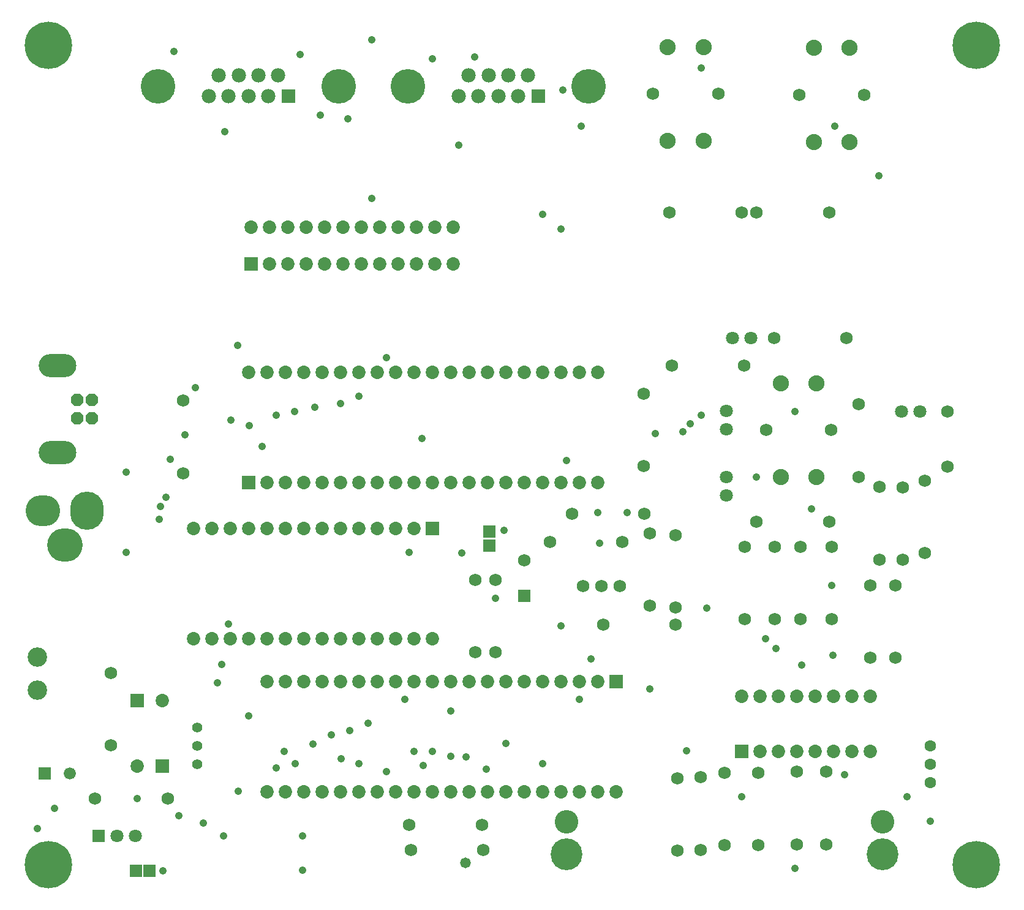
<source format=gts>
G04 Layer_Color=20142*
%FSLAX23Y23*%
%MOIN*%
G70*
G01*
G75*
%ADD17C,0.058*%
%ADD59R,0.065X0.069*%
%ADD60R,0.069X0.065*%
%ADD61R,0.071X0.071*%
%ADD62C,0.071*%
%ADD63R,0.066X0.066*%
%ADD64C,0.066*%
%ADD65C,0.106*%
%ADD66O,0.193X0.183*%
%ADD67O,0.183X0.208*%
%ADD68O,0.188X0.168*%
%ADD69O,0.205X0.126*%
%ADD70P,0.073X8X292.5*%
%ADD71R,0.073X0.073*%
%ADD72C,0.073*%
%ADD73C,0.068*%
%ADD74C,0.088*%
%ADD75R,0.073X0.073*%
%ADD76C,0.073*%
%ADD77C,0.188*%
%ADD78C,0.078*%
%ADD79R,0.078X0.078*%
%ADD80R,0.068X0.068*%
%ADD81R,0.073X0.073*%
%ADD82C,0.055*%
%ADD83C,0.128*%
%ADD84C,0.173*%
%ADD85C,0.258*%
%ADD86C,0.063*%
%ADD87C,0.042*%
D17*
X3420Y1040D02*
D03*
D59*
X1628Y995D02*
D03*
X1702D02*
D03*
D60*
X3550Y2768D02*
D03*
Y2842D02*
D03*
D61*
X1425Y1185D02*
D03*
D62*
X1525D02*
D03*
X1625D02*
D03*
X4840Y3140D02*
D03*
Y3040D02*
D03*
Y3400D02*
D03*
Y3500D02*
D03*
X5795Y3495D02*
D03*
X5895D02*
D03*
X4875Y3895D02*
D03*
X4975D02*
D03*
D63*
X1130Y1525D02*
D03*
D64*
X1268D02*
D03*
D65*
X1093Y2160D02*
D03*
Y1979D02*
D03*
D66*
X1240Y2770D02*
D03*
D67*
X1360Y2955D02*
D03*
D68*
X1120D02*
D03*
D69*
X1202Y3747D02*
D03*
Y3273D02*
D03*
D70*
X1309Y3461D02*
D03*
X1388D02*
D03*
Y3559D02*
D03*
X1309D02*
D03*
D71*
X1770Y1568D02*
D03*
X1635Y1922D02*
D03*
D72*
X1770Y1922D02*
D03*
X1635Y1568D02*
D03*
D73*
X3585Y2579D02*
D03*
X3585Y2185D02*
D03*
X5238Y5220D02*
D03*
X5592D02*
D03*
X4443Y5225D02*
D03*
X4797D02*
D03*
X4425Y2834D02*
D03*
X4425Y2440D02*
D03*
X4001Y2940D02*
D03*
X4395Y2940D02*
D03*
X4565Y2824D02*
D03*
X4565Y2430D02*
D03*
X4171Y2335D02*
D03*
X4565Y2335D02*
D03*
X5415Y2366D02*
D03*
X5415Y2760D02*
D03*
X5245Y2366D02*
D03*
X5245Y2760D02*
D03*
X5625Y2156D02*
D03*
X5625Y2550D02*
D03*
X5760Y2156D02*
D03*
X5760Y2550D02*
D03*
X5105Y2366D02*
D03*
X5105Y2760D02*
D03*
X4940Y2366D02*
D03*
X4940Y2760D02*
D03*
X3740Y2686D02*
D03*
X3475Y2579D02*
D03*
X3475Y2185D02*
D03*
X5560Y3141D02*
D03*
X5560Y3535D02*
D03*
X5006Y4580D02*
D03*
X5400Y4580D02*
D03*
X4390Y3594D02*
D03*
X4390Y3200D02*
D03*
X4531Y4580D02*
D03*
X4925Y4580D02*
D03*
X1885Y3161D02*
D03*
X1885Y3555D02*
D03*
X1406Y1390D02*
D03*
X1800Y1390D02*
D03*
X3881Y2785D02*
D03*
X4275Y2785D02*
D03*
X1490Y2074D02*
D03*
X1490Y1680D02*
D03*
X4260Y2548D02*
D03*
X4160D02*
D03*
X4060D02*
D03*
X5006Y2895D02*
D03*
X5400Y2895D02*
D03*
X5015Y1136D02*
D03*
X5015Y1530D02*
D03*
X5225Y1141D02*
D03*
X5225Y1535D02*
D03*
X5385Y1141D02*
D03*
X5385Y1535D02*
D03*
X4830Y1136D02*
D03*
X4830Y1530D02*
D03*
X5675Y2691D02*
D03*
X5675Y3085D02*
D03*
X5800Y3084D02*
D03*
X5800Y2690D02*
D03*
X4575Y1106D02*
D03*
X4575Y1500D02*
D03*
X4700Y1111D02*
D03*
X4700Y1505D02*
D03*
X3116Y1245D02*
D03*
X3510Y1245D02*
D03*
X3519Y1110D02*
D03*
X3125Y1110D02*
D03*
X5058Y3395D02*
D03*
X5412D02*
D03*
X5920Y3119D02*
D03*
X5920Y2725D02*
D03*
X6045Y3495D02*
D03*
Y3195D02*
D03*
X5101Y3895D02*
D03*
X5495Y3895D02*
D03*
X4939Y3745D02*
D03*
X4545Y3745D02*
D03*
D74*
X5317Y4964D02*
D03*
Y5476D02*
D03*
X5513Y4964D02*
D03*
Y5476D02*
D03*
X4522Y4969D02*
D03*
Y5481D02*
D03*
X4718Y4969D02*
D03*
Y5481D02*
D03*
X5137Y3139D02*
D03*
Y3651D02*
D03*
X5333Y3139D02*
D03*
Y3651D02*
D03*
D75*
X2255Y4300D02*
D03*
D76*
X2355D02*
D03*
X2455D02*
D03*
X2555D02*
D03*
X2655D02*
D03*
X2755D02*
D03*
X2855D02*
D03*
X2955D02*
D03*
X3055D02*
D03*
X3155D02*
D03*
X3255D02*
D03*
X3355D02*
D03*
Y4500D02*
D03*
X3255D02*
D03*
X3155D02*
D03*
X3055D02*
D03*
X2955D02*
D03*
X2855D02*
D03*
X2755D02*
D03*
X2655D02*
D03*
X2555D02*
D03*
X2455D02*
D03*
X2355D02*
D03*
X2255D02*
D03*
X3140Y2860D02*
D03*
X3040D02*
D03*
X2940D02*
D03*
X2840D02*
D03*
X2740D02*
D03*
X2640D02*
D03*
X2540D02*
D03*
X2440D02*
D03*
X2340D02*
D03*
X2240D02*
D03*
X2140D02*
D03*
X2040D02*
D03*
X1940D02*
D03*
Y2260D02*
D03*
X2040D02*
D03*
X2140D02*
D03*
X2240D02*
D03*
X2340D02*
D03*
X2440D02*
D03*
X2540D02*
D03*
X2640D02*
D03*
X2740D02*
D03*
X2840D02*
D03*
X2940D02*
D03*
X3040D02*
D03*
X3140D02*
D03*
X3240D02*
D03*
X2340Y3110D02*
D03*
X2440D02*
D03*
X2540D02*
D03*
X2640D02*
D03*
X2740D02*
D03*
X2840D02*
D03*
X2940D02*
D03*
X3040D02*
D03*
X3140D02*
D03*
X3240D02*
D03*
X3340D02*
D03*
X3440D02*
D03*
X3540D02*
D03*
X3640D02*
D03*
X3740D02*
D03*
X3840D02*
D03*
X3940D02*
D03*
X4040D02*
D03*
X4140D02*
D03*
Y3710D02*
D03*
X4040D02*
D03*
X3940D02*
D03*
X3840D02*
D03*
X3740D02*
D03*
X3640D02*
D03*
X3540D02*
D03*
X3440D02*
D03*
X3340D02*
D03*
X3240D02*
D03*
X3140D02*
D03*
X3040D02*
D03*
X2940D02*
D03*
X2840D02*
D03*
X2740D02*
D03*
X2640D02*
D03*
X2540D02*
D03*
X2440D02*
D03*
X2340D02*
D03*
X2240D02*
D03*
X4240Y1425D02*
D03*
X4140D02*
D03*
X4040D02*
D03*
X3940D02*
D03*
X3840D02*
D03*
X3740D02*
D03*
X3640D02*
D03*
X3540D02*
D03*
X3440D02*
D03*
X3340D02*
D03*
X3240D02*
D03*
X3140D02*
D03*
X3040D02*
D03*
X2940D02*
D03*
X2840D02*
D03*
X2740D02*
D03*
X2640D02*
D03*
X2540D02*
D03*
X2440D02*
D03*
X2340D02*
D03*
Y2025D02*
D03*
X2440D02*
D03*
X2540D02*
D03*
X2640D02*
D03*
X2740D02*
D03*
X2840D02*
D03*
X2940D02*
D03*
X3040D02*
D03*
X3140D02*
D03*
X3240D02*
D03*
X3340D02*
D03*
X3440D02*
D03*
X3540D02*
D03*
X3640D02*
D03*
X3740D02*
D03*
X3840D02*
D03*
X3940D02*
D03*
X4040D02*
D03*
X4140D02*
D03*
X5625Y1645D02*
D03*
Y1945D02*
D03*
X5525D02*
D03*
X5425D02*
D03*
X5325D02*
D03*
X5225D02*
D03*
X5125D02*
D03*
X5525Y1645D02*
D03*
X5425D02*
D03*
X5325D02*
D03*
X5225D02*
D03*
X5125D02*
D03*
X5025D02*
D03*
Y1945D02*
D03*
X4925D02*
D03*
D77*
X3109Y5268D02*
D03*
X4093D02*
D03*
X1749D02*
D03*
X2733D02*
D03*
D78*
X3709Y5213D02*
D03*
X3601D02*
D03*
X3493D02*
D03*
X3385D02*
D03*
X3439Y5325D02*
D03*
X3547D02*
D03*
X3655D02*
D03*
X3763D02*
D03*
X2349Y5213D02*
D03*
X2241D02*
D03*
X2133D02*
D03*
X2025D02*
D03*
X2079Y5325D02*
D03*
X2187D02*
D03*
X2295D02*
D03*
X2403D02*
D03*
D79*
X3817Y5213D02*
D03*
X2457D02*
D03*
D80*
X3740Y2494D02*
D03*
D81*
X3240Y2860D02*
D03*
X2240Y3110D02*
D03*
X4240Y2025D02*
D03*
X4925Y1645D02*
D03*
D82*
X1960Y1575D02*
D03*
X1960Y1675D02*
D03*
Y1775D02*
D03*
D83*
X3970Y1262D02*
D03*
X5690D02*
D03*
D84*
X3970Y1085D02*
D03*
X5690D02*
D03*
D85*
X1150Y1030D02*
D03*
Y5490D02*
D03*
X6200Y1030D02*
D03*
Y5490D02*
D03*
D86*
X5950Y1575D02*
D03*
Y1675D02*
D03*
Y1475D02*
D03*
D87*
X5005Y3140D02*
D03*
X5215Y3495D02*
D03*
X3940Y4490D02*
D03*
X3840Y4570D02*
D03*
X4425Y1985D02*
D03*
X4735Y2425D02*
D03*
X5950Y1265D02*
D03*
X5485Y1520D02*
D03*
X3840Y1580D02*
D03*
X1860Y1295D02*
D03*
X1995Y1255D02*
D03*
X1755Y2910D02*
D03*
X3340Y1865D02*
D03*
X1760Y2980D02*
D03*
X1815Y3235D02*
D03*
X1790Y3030D02*
D03*
X3585Y2480D02*
D03*
X4705Y3475D02*
D03*
X4645Y3430D02*
D03*
X4605Y3385D02*
D03*
X4455Y3375D02*
D03*
X4105Y2150D02*
D03*
X5055Y2260D02*
D03*
X5110Y2205D02*
D03*
X5420Y2170D02*
D03*
X5250Y2115D02*
D03*
X4040Y1930D02*
D03*
X3185Y3350D02*
D03*
X2315Y3305D02*
D03*
X3940Y2330D02*
D03*
X3640Y1690D02*
D03*
X2240Y1840D02*
D03*
X3425Y1615D02*
D03*
X2890Y1800D02*
D03*
X3340Y1620D02*
D03*
X2790Y1760D02*
D03*
X3240Y1645D02*
D03*
X2690Y1735D02*
D03*
X3140Y1645D02*
D03*
X2590Y1685D02*
D03*
X3535Y1550D02*
D03*
X2435Y1645D02*
D03*
X2745Y1605D02*
D03*
X2495Y1580D02*
D03*
X2390Y1555D02*
D03*
X2840Y1580D02*
D03*
X3190Y1570D02*
D03*
X2990Y1535D02*
D03*
X1950Y3625D02*
D03*
X2180Y3855D02*
D03*
X2840Y3580D02*
D03*
X2740Y3540D02*
D03*
X2600Y3520D02*
D03*
X2490Y3495D02*
D03*
X2390Y3475D02*
D03*
X2130Y2340D02*
D03*
X2245Y3420D02*
D03*
X2145Y3450D02*
D03*
X2990Y3790D02*
D03*
X3090Y1930D02*
D03*
X2535Y1185D02*
D03*
X2185Y1430D02*
D03*
X2105Y1185D02*
D03*
X2070Y2020D02*
D03*
X2095Y2120D02*
D03*
X1185Y1335D02*
D03*
X1090Y1225D02*
D03*
X1575Y3165D02*
D03*
Y2730D02*
D03*
X4140Y2945D02*
D03*
X2535Y1000D02*
D03*
X3115Y2730D02*
D03*
X3400Y2725D02*
D03*
X3970Y3230D02*
D03*
X1895Y3370D02*
D03*
X2110Y5020D02*
D03*
X1835Y5455D02*
D03*
X2520Y5440D02*
D03*
X2630Y5110D02*
D03*
X3385Y4945D02*
D03*
X3240Y5415D02*
D03*
X3470Y5425D02*
D03*
X3950Y5245D02*
D03*
X4705Y5365D02*
D03*
X1635Y1390D02*
D03*
X1775Y995D02*
D03*
X5215Y1010D02*
D03*
X4625Y1650D02*
D03*
X3630Y2850D02*
D03*
X4150Y2780D02*
D03*
X5305Y2965D02*
D03*
X4300Y2945D02*
D03*
X5415Y2550D02*
D03*
X4050Y5050D02*
D03*
X5430D02*
D03*
X2780Y5090D02*
D03*
X5670Y4780D02*
D03*
X2910Y5520D02*
D03*
Y4655D02*
D03*
X4925Y1400D02*
D03*
X5825D02*
D03*
M02*

</source>
